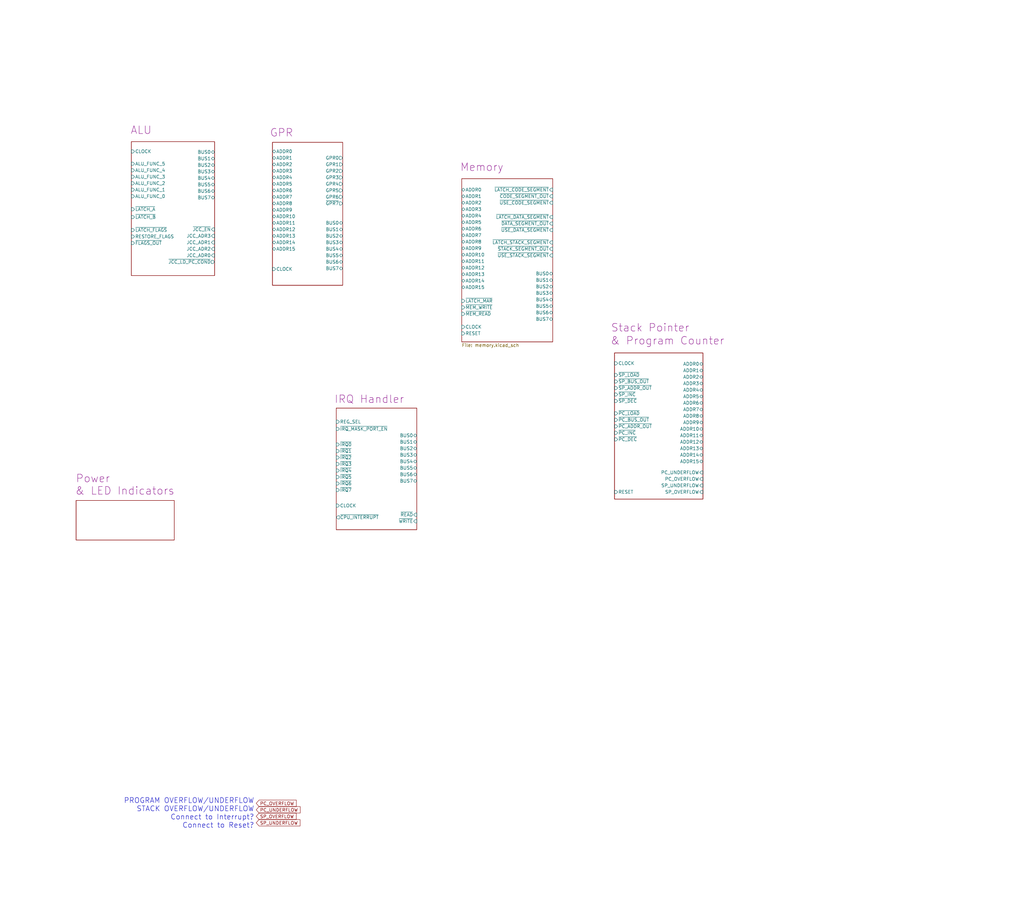
<source format=kicad_sch>
(kicad_sch (version 20211123) (generator eeschema)
  (paper "User" 399.999 351.003)
  (title_block (title "ALU & Conditional Jump Backplane") (date "2022-01-17") (rev "4") (company "theWickedWebDev/8-bit-computer"))
  (lib_symbols)
  (text "PROGRAM OVERFLOW/UNDERFLOW\nSTACK OVERFLOW/UNDERFLOW\nConnect to Interrupt?\nConnect to Reset?" (at 99.314 323.85 0) (effects (font (size 2 2)) (justify right bottom)))
  (global_label "PC_OVERFLOW" (shape input) (at 100.076 313.944 0) (property "Intersheet References" "${INTERSHEET_REFS}" (effects hide)))
  (global_label "SP_UNDERFLOW" (shape input) (at 100.076 321.564 0) (property "Intersheet References" "${INTERSHEET_REFS}" (effects hide)))
  (global_label "PC_UNDERFLOW" (shape input) (at 100.076 316.484 0) (property "Intersheet References" "${INTERSHEET_REFS}" (effects hide)))
  (global_label "SP_OVERFLOW" (shape input) (at 100.076 319.024 0) (property "Intersheet References" "${INTERSHEET_REFS}" (effects hide)))
  (sheet (at 240.03 137.922) (size 34.544 57.15) (stroke (width 0.1524))
    (property "Sheet name" "Stack Pointer" (effects hide))
    (property "Sheet file" "SPR.kicad_sch" (effects hide))
    (property "Field2" " & Program Counter" (at 259.588 133.096 0) (effects (font (size 3 3))))
    (property "Field3" "Stack Pointer" (at 254 128.016 0) (effects (font (size 3 3))))
    (pin "~{SP_BUS_OUT}" input (at 240.03 149.098 180))
    (pin "SP_OVERFLOW" input (at 274.574 192.278 0))
    (pin "~{SP_ADDR_OUT}" input (at 240.03 151.638 180))
    (pin "~{SP_LOAD}" input (at 240.03 146.558 180))
    (pin "SP_UNDERFLOW" input (at 274.574 189.738 0))
    (pin "ADDR8" tri_state (at 274.574 162.56 0))
    (pin "ADDR11" tri_state (at 274.574 170.18 0))
    (pin "ADDR9" tri_state (at 274.574 165.1 0))
    (pin "ADDR10" tri_state (at 274.574 167.64 0))
    (pin "ADDR2" tri_state (at 274.574 147.32 0))
    (pin "ADDR3" tri_state (at 274.574 149.86 0))
    (pin "ADDR1" tri_state (at 274.574 144.78 0))
    (pin "ADDR5" tri_state (at 274.574 154.94 0))
    (pin "ADDR4" tri_state (at 274.574 152.4 0))
    (pin "CLOCK" input (at 240.03 141.986 180))
    (pin "~{SP_INC}" input (at 240.03 154.178 180))
    (pin "RESET" input (at 240.03 192.278 180))
    (pin "~{SP_DEC}" input (at 240.03 156.718 180))
    (pin "ADDR0" tri_state (at 274.574 142.24 0))
    (pin "ADDR7" tri_state (at 274.574 160.02 0))
    (pin "ADDR12" tri_state (at 274.574 172.72 0))
    (pin "ADDR6" tri_state (at 274.574 157.48 0))
    (pin "ADDR15" tri_state (at 274.574 180.34 0))
    (pin "ADDR14" tri_state (at 274.574 177.8 0))
    (pin "ADDR13" tri_state (at 274.574 175.26 0))
    (pin "~{PC_LOAD}" input (at 240.03 161.544 180))
    (pin "~{PC_ADDR_OUT}" input (at 240.03 166.624 180))
    (pin "~{PC_BUS_OUT}" input (at 240.03 164.084 180))
    (pin "PC_OVERFLOW" input (at 274.574 187.198 0))
    (pin "PC_UNDERFLOW" input (at 274.574 184.658 0))
    (pin "~{PC_DEC}" input (at 240.03 171.704 180))
    (pin "~{PC_INC}" input (at 240.03 169.164 180))
  )
  (sheet (at 106.426 55.626) (size 27.432 55.88) (stroke (width 0.1524))
    (property "Sheet name" "GPR" (effects hide))
    (property "Sheet file" "GPR.kicad_sch" (effects hide))
    (property "Field2" "GPR" (at 109.982 51.816 0) (effects (font (size 3 3))))
    (pin "ADDR10" tri_state (at 106.426 84.582 180))
    (pin "ADDR13" tri_state (at 106.426 92.202 180))
    (pin "ADDR9" tri_state (at 106.426 82.042 180))
    (pin "ADDR15" tri_state (at 106.426 97.282 180))
    (pin "ADDR12" tri_state (at 106.426 89.662 180))
    (pin "ADDR11" tri_state (at 106.426 87.122 180))
    (pin "ADDR14" tri_state (at 106.426 94.742 180))
    (pin "CLOCK" input (at 106.426 105.156 180))
    (pin "BUS1" tri_state (at 133.858 89.662 0))
    (pin "BUS3" tri_state (at 133.858 94.742 0))
    (pin "BUS0" tri_state (at 133.858 87.122 0))
    (pin "BUS2" tri_state (at 133.858 92.202 0))
    (pin "ADDR2" tri_state (at 106.426 64.262 180))
    (pin "ADDR1" tri_state (at 106.426 61.722 180))
    (pin "ADDR8" tri_state (at 106.426 79.502 180))
    (pin "ADDR0" tri_state (at 106.426 59.182 180))
    (pin "ADDR6" tri_state (at 106.426 74.422 180))
    (pin "ADDR5" tri_state (at 106.426 71.882 180))
    (pin "ADDR7" tri_state (at 106.426 76.962 180))
    (pin "ADDR3" tri_state (at 106.426 66.802 180))
    (pin "ADDR4" tri_state (at 106.426 69.342 180))
    (pin "BUS5" tri_state (at 133.858 99.822 0))
    (pin "BUS4" tri_state (at 133.858 97.282 0))
    (pin "BUS6" tri_state (at 133.858 102.362 0))
    (pin "BUS7" tri_state (at 133.858 104.902 0))
    (pin "GPR5" output (at 133.858 74.422 0))
    (pin "GPR4" output (at 133.858 71.882 0))
    (pin "GPR3" output (at 133.858 69.342 0))
    (pin "GPR0" output (at 133.858 61.722 0))
    (pin "~{GPR7}" output (at 133.858 79.502 0))
    (pin "GPR1" output (at 133.858 64.262 0))
    (pin "GPR2" output (at 133.858 66.802 0))
    (pin "GPR6" output (at 133.858 76.962 0))
  )
  (sheet (at 180.34 69.85) (size 35.56 63.754) (stroke (width 0.1524))
    (property "Sheet name" "Memory" (effects hide))
    (property "Sheet file" "memory.kicad_sch" (at 180.34 134.1886 0) (effects (justify left top)))
    (property "Field2" "Memory" (at 188.214 65.278 0) (effects (font (size 3 3))))
    (pin "BUS6" tri_state (at 215.9 122.174 0))
    (pin "BUS5" tri_state (at 215.9 119.634 0))
    (pin "~{LATCH_CODE_SEGMENT}" input (at 215.9 74.168 0))
    (pin "ADDR11" tri_state (at 180.34 102.108 180))
    (pin "ADDR14" tri_state (at 180.34 109.728 180))
    (pin "ADDR10" tri_state (at 180.34 99.568 180))
    (pin "ADDR8" tri_state (at 180.34 94.488 180))
    (pin "ADDR12" tri_state (at 180.34 104.648 180))
    (pin "ADDR9" tri_state (at 180.34 97.028 180))
    (pin "ADDR13" tri_state (at 180.34 107.188 180))
    (pin "ADDR2" tri_state (at 180.34 79.248 180))
    (pin "ADDR5" tri_state (at 180.34 86.868 180))
    (pin "ADDR1" tri_state (at 180.34 76.708 180))
    (pin "ADDR3" tri_state (at 180.34 81.788 180))
    (pin "ADDR0" tri_state (at 180.34 74.168 180))
    (pin "ADDR4" tri_state (at 180.34 84.328 180))
    (pin "BUS2" tri_state (at 215.9 112.014 0))
    (pin "BUS1" tri_state (at 215.9 109.474 0))
    (pin "BUS0" tri_state (at 215.9 106.934 0))
    (pin "BUS3" tri_state (at 215.9 114.554 0))
    (pin "ADDR6" tri_state (at 180.34 89.408 180))
    (pin "BUS4" tri_state (at 215.9 117.094 0))
    (pin "ADDR15" tri_state (at 180.34 112.268 180))
    (pin "ADDR7" tri_state (at 180.34 91.948 180))
    (pin "RESET" input (at 180.34 130.302 180))
    (pin "~{LATCH_STACK_SEGMENT}" input (at 215.9 94.742 0))
    (pin "CLOCK" input (at 180.34 127.762 180))
    (pin "~{LATCH_DATA_SEGMENT}" input (at 215.9 84.836 0))
    (pin "~{LATCH_MAR}" input (at 180.34 117.602 180))
    (pin "~{STACK_SEGMENT_OUT}" input (at 215.9 97.282 0))
    (pin "~{USE_DATA_SEGMENT}" input (at 215.9 89.916 0))
    (pin "~{CODE_SEGMENT_OUT}" input (at 215.9 76.708 0))
    (pin "~{DATA_SEGMENT_OUT}" input (at 215.9 87.376 0))
    (pin "BUS7" tri_state (at 215.9 124.714 0))
    (pin "~{MEM_WRITE}" input (at 180.34 120.142 180))
    (pin "~{USE_STACK_SEGMENT}" input (at 215.9 99.822 0))
    (pin "~{USE_CODE_SEGMENT}" input (at 215.9 79.248 0))
    (pin "~{MEM_READ}" input (at 180.34 122.682 180))
  )
  (sheet (at 131.318 159.512) (size 31.496 47.498) (stroke (width 0.1524))
    (property "Sheet name" "IRQ" (effects hide))
    (property "Sheet file" "IRQ.kicad_sch" (effects hide))
    (property "Field2" "IRQ Handler" (at 144.272 155.956 0) (effects (font (size 3 3))))
    (pin "~{CPU_INTERRUPT}" output (at 131.318 202.184 180))
    (pin "~{IRQ_MASK_PORT_EN}" input (at 131.318 167.64 180))
    (pin "~{WRITE}" input (at 162.814 203.708 0))
    (pin "CLOCK" input (at 131.318 197.612 180))
    (pin "~{READ}" input (at 162.814 201.168 0))
    (pin "REG_SEL" input (at 131.318 164.846 180))
    (pin "~{IRQ6}" input (at 131.318 188.976 180))
    (pin "~{IRQ4}" input (at 131.318 183.896 180))
    (pin "~{IRQ7}" input (at 131.318 191.516 180))
    (pin "~{IRQ5}" input (at 131.318 186.436 180))
    (pin "BUS7" tri_state (at 162.814 187.96 0))
    (pin "BUS5" tri_state (at 162.814 182.88 0))
    (pin "BUS4" tri_state (at 162.814 180.34 0))
    (pin "BUS6" tri_state (at 162.814 185.42 0))
    (pin "BUS3" tri_state (at 162.814 177.8 0))
    (pin "BUS1" tri_state (at 162.814 172.72 0))
    (pin "BUS0" tri_state (at 162.814 170.18 0))
    (pin "BUS2" tri_state (at 162.814 175.26 0))
    (pin "~{IRQ3}" input (at 131.318 181.356 180))
    (pin "~{IRQ2}" input (at 131.318 178.816 180))
    (pin "~{IRQ1}" input (at 131.318 176.276 180))
    (pin "~{IRQ0}" input (at 131.318 173.736 180))
  )
  (sheet (at 29.718 195.58) (size 38.354 15.494) (stroke (width 0.1524))
    (property "Sheet name" "power-and-leds" (effects hide))
    (property "Sheet file" "power-and-leds.kicad_sch" (effects hide))
    (property "Field2" "Power" (at 36.322 186.944 0) (effects (font (size 3 3))))
    (property "Field3" "& LED Indicators" (at 48.768 191.77 0) (effects (font (size 3 3))))
  )
  (sheet (at 51.308 55.372) (size 32.512 52.324) (stroke (width 0.1524))
    (property "Sheet name" "ALU" (effects hide))
    (property "Sheet file" "ALU.kicad_sch" (effects hide))
    (property "Field2" "ALU" (at 55.118 50.8 0) (effects (font (size 3 3))))
    (pin "BUS0" tri_state (at 83.82 59.436 0))
    (pin "BUS6" tri_state (at 83.82 74.676 0))
    (pin "BUS7" tri_state (at 83.82 77.216 0))
    (pin "BUS5" tri_state (at 83.82 72.136 0))
    (pin "BUS3" tri_state (at 83.82 67.056 0))
    (pin "BUS1" tri_state (at 83.82 61.976 0))
    (pin "BUS2" tri_state (at 83.82 64.516 0))
    (pin "BUS4" tri_state (at 83.82 69.596 0))
    (pin "~{LATCH_B}" input (at 51.308 84.836 180))
    (pin "~{LATCH_A}" input (at 51.308 81.788 180))
    (pin "CLOCK" input (at 51.308 59.182 180))
    (pin "ALU_FUNC_3" input (at 51.308 69.088 180))
    (pin "ALU_FUNC_5" input (at 51.308 64.008 180))
    (pin "ALU_FUNC_4" input (at 51.308 66.548 180))
    (pin "ALU_FUNC_2" input (at 51.308 71.628 180))
    (pin "ALU_FUNC_0" input (at 51.308 76.708 180))
    (pin "ALU_FUNC_1" input (at 51.308 74.168 180))
    (pin "JCC_ADR1" input (at 83.82 94.742 0))
    (pin "JCC_ADR0" input (at 83.82 99.822 0))
    (pin "~{JCC_LD_PC_COND}" output (at 83.82 102.362 0))
    (pin "RESTORE_FLAGS" input (at 51.308 92.456 180))
    (pin "~{FLAGS_OUT}" input (at 51.308 94.996 180))
    (pin "~{LATCH_FLAGS}" input (at 51.308 89.916 180))
    (pin "JCC_ADR3" input (at 83.82 92.202 0))
    (pin "JCC_ADR2" input (at 83.82 97.282 0))
    (pin "~{JCC_EN}" input (at 83.82 89.662 0))
  )
)
</source>
